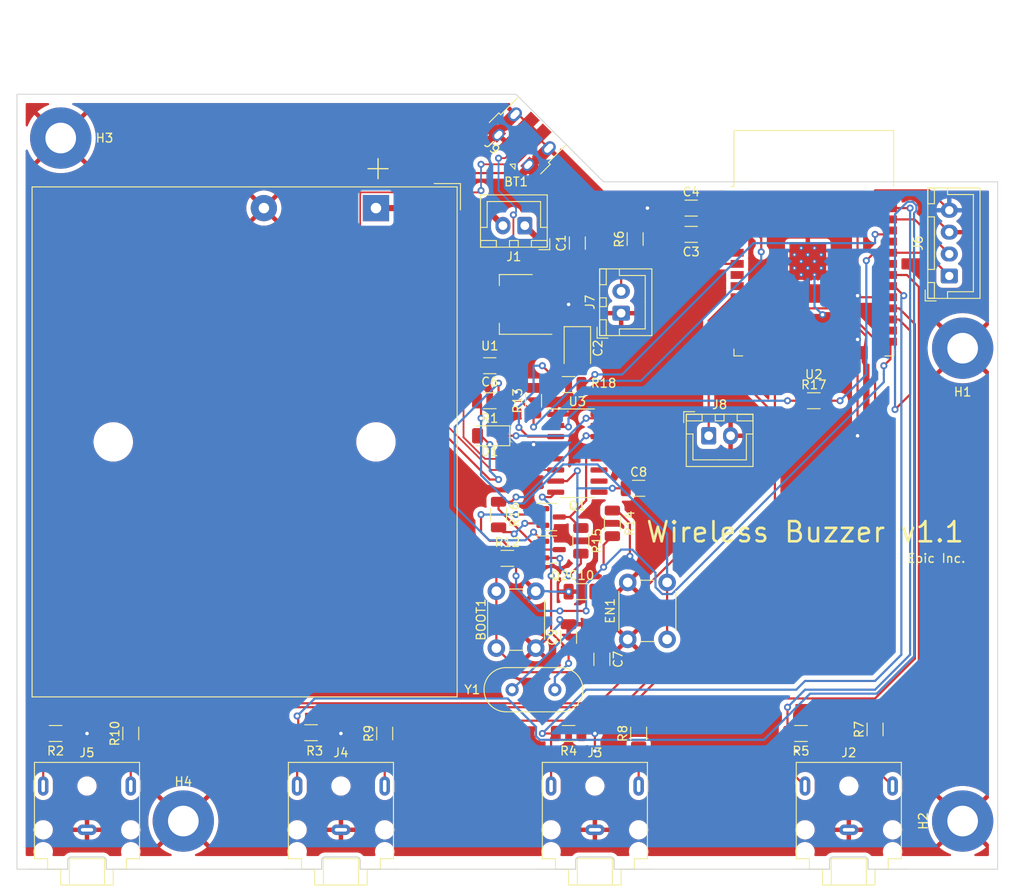
<source format=kicad_pcb>
(kicad_pcb (version 20211014) (generator pcbnew)
  (layers (0 "F.Cu" signal) (31 "B.Cu" signal) (34 "B.Paste" user) (35 "F.Paste" user) (36 "B.SilkS" user "B.Silkscreen") (37 "F.SilkS" user "F.Silkscreen") (38 "B.Mask" user) (39 "F.Mask" user) (44 "Edge.Cuts" user))
  (net 0 "")
  (net 1 "GND")
  (net 2 "+3.3V")
  (net 3 "Net-(C1-Pad1)")
  (net 7 "Net-(J7-Pad2)")
  (net 10 "Net-(BT1-Pad1)")
  (net 12 "Net-(J5-PadR)")
  (net 13 "Net-(R10-Pad2)")
  (net 21 "Net-(J4-PadR)")
  (net 22 "Net-(R8-Pad2)")
  (net 23 "Net-(J3-PadR)")
  (net 24 "Net-(R7-Pad2)")
  (net 26 "Net-(J6-Pad1)")
  (net 27 "Net-(C6-Pad2)")
  (net 28 "Net-(C7-Pad2)")
  (net 29 "Net-(J6-Pad2)")
  (net 30 "Net-(J2-PadR)")
  (net 31 "Net-(J2-PadT)")
  (net 32 "Net-(J3-PadT)")
  (net 33 "Net-(J4-PadT)")
  (net 34 "Net-(J5-PadT)")
  (net 35 "Net-(J8-Pad1)")
  (net 36 "Net-(C8-Pad1)")
  (net 37 "Net-(C9-Pad1)")
  (net 38 "+5V")
  (net 39 "Net-(D1-Pad2)")
  (net 40 "D-")
  (net 41 "D+")
  (net 42 "DTR")
  (net 43 "Net-(Q1-Pad2)")
  (net 44 "IO0")
  (net 45 "EN")
  (net 46 "Net-(Q2-Pad2)")
  (net 47 "RTS")
  (net 48 "Net-(R17-Pad1)")
  (net 49 "TXD0")
  (net 50 "Net-(R18-Pad1)")
  (net 51 "RXD0")
  (net 57 "Net-(U2-Pad11)")
  (footprint "Resistor_SMD:R_1206_3216Metric" (layer "F.Cu") (at 118 110 90)
    (fp_text reference "R9")
    (fp_text value "165Ω")
  )
  (footprint "Resistor_SMD:R_1206_3216Metric" (layer "F.Cu") (at 139 110)
    (fp_text reference "R4")
    (fp_text value "10K")
  )
  (footprint "Connector_JST:JST_XH_B2B-XH-A_1x02_P2.50mm_Vertical" (layer "F.Cu") (at 134 52 180)
    (fp_text reference "J1")
    (fp_text value "POWER_SWITCH_CONNECTOR")
  )
  (footprint "Resistor_SMD:R_1206_3216Metric" (layer "F.Cu") (at 130 72)
    (fp_text reference "R1")
    (fp_text value "470")
  )
  (footprint "Resistor_SMD:R_1206_3216Metric" (layer "F.Cu") (at 80.4125 110)
    (fp_text reference "R2")
    (fp_text value "10K")
  )
  (footprint "MountingHole:MountingHole_3.5mm_Pad" (layer "F.Cu") (at 184 120 90)
    (fp_text reference "H2")
    (fp_text value "MountingHole_Pad")
  )
  (footprint "Connector_JST:JST_XH_B2B-XH-A_1x02_P2.50mm_Vertical" (layer "F.Cu") (at 155 76)
    (fp_text reference "J8")
    (fp_text value "BUZZER")
  )
  (footprint "Resistor_SMD:R_1206_3216Metric" (layer "F.Cu") (at 146.6 53.5375 90)
    (fp_text reference "R6")
    (fp_text value "10K")
  )
  (footprint "MountingHole:MountingHole_3.5mm_Pad" (layer "F.Cu") (at 81 42)
    (fp_text reference "H3")
    (fp_text value "MountingHole_Pad")
  )
  (footprint "Resistor_SMD:R_1206_3216Metric" (layer "F.Cu") (at 135 72 90)
    (fp_text reference "R13")
    (fp_text value "10k")
  )
  (footprint "Diode_SMD:D_1206_3216Metric" (layer "F.Cu") (at 130 76 180)
    (fp_text reference "D1")
    (fp_text value "D")
  )
  (footprint "Capacitor_SMD:C_1206_3216Metric" (layer "F.Cu") (at 147 82)
    (fp_text reference "C8")
    (fp_text value "22p")
  )
  (footprint "Capacitor_SMD:C_1206_3216Metric" (layer "F.Cu") (at 139 99 90)
    (fp_text reference "C9")
    (fp_text value "22p")
  )
  (footprint "Resistor_SMD:R_1206_3216Metric" (layer "F.Cu") (at 165.5375 110)
    (fp_text reference "R5")
    (fp_text value "10K")
  )
  (footprint "Connector_Audio:Jack_3.5mm_CUI_SJ1-3523N_Horizontal" (layer "F.Cu") (at 84 121)
    (fp_text reference "J5")
    (fp_text value "AudioJack3")
    (fp_line (start 2.2 4.5) (end 6.5 4.5) (layer "Edge.Cuts") (width 0.12))
    (fp_line (start 2.2 3.5) (end 2.2 4.5) (layer "Edge.Cuts") (width 0.12))
    (fp_line (start -2.2 3.5) (end -2.2 4.5) (layer "Edge.Cuts") (width 0.12))
    (fp_line (start 1.8 3.1) (end -1.8 3.1) (layer "Edge.Cuts") (width 0.12))
    (fp_line (start -2.2 4.5) (end -6.5 4.5) (layer "Edge.Cuts") (width 0.12))
    (fp_arc (start -2.2 3.5) (mid -2.082842 3.217158) (end -1.8 3.1) (layer "Edge.Cuts") (width 0.12))
    (fp_arc (start 1.8 3.1) (mid 2.082843 3.217157) (end 2.2 3.5) (layer "Edge.Cuts") (width 0.12))
  )
  (footprint "Capacitor_SMD:C_1206_3216Metric" (layer "F.Cu") (at 153 53)
    (fp_text reference "C3")
    (fp_text value "22uF/10V")
  )
  (footprint "MountingHole:MountingHole_3.5mm_Pad" (layer "F.Cu") (at 184 66 90)
    (fp_text reference "H1")
    (fp_text value "MountingHole_Pad")
  )
  (footprint "Resistor_SMD:R_1206_3216Metric" (layer "F.Cu") (at 131 85 -90)
    (fp_text reference "R16")
    (fp_text value "10k")
  )
  (footprint "RF_Module:ESP32-WROOM-32" (layer "F.Cu") (at 167 57)
    (fp_text reference "U2")
    (fp_text value "ESP32-WROOM-32")
  )
  (footprint "Capacitor_SMD:C_1206_3216Metric" (layer "F.Cu") (at 140.475 93.8)
    (fp_text reference "C10")
    (fp_text value "0.1u")
  )
  (footprint "Capacitor_Tantalum_SMD:CP_EIA-3528-12_Kemet-T" (layer "F.Cu") (at 140 66 -90)
    (fp_text reference "C2")
    (fp_text value "10uF")
  )
  (footprint "Resistor_SMD:R_1206_3216Metric" (layer "F.Cu") (at 147 110 90)
    (fp_text reference "R8")
    (fp_text value "165Ω")
  )
  (footprint "Package_SO:SOIC-16_3.9x9.9mm_P1.27mm" (layer "F.Cu") (at 140 78)
    (fp_text reference "U3")
    (fp_text value "CH340G")
  )
  (footprint "Resistor_SMD:R_1206_3216Metric" (layer "F.Cu") (at 174 109.5375 90)
    (fp_text reference "R7")
    (fp_text value "165Ω")
  )
  (footprint "Resistor_SMD:R_1206_3216Metric" (layer "F.Cu") (at 89 110 90)
    (fp_text reference "R10")
    (fp_text value "165Ω")
  )
  (footprint "Capacitor_SMD:C_1206_3216Metric" (layer "F.Cu") (at 142.8 101.525 -90)
    (fp_text reference "C7")
    (fp_text value "1n")
  )
  (footprint "Battery:BatteryHolder_TruPower_BH-331P_3xAA" (layer "F.Cu") (at 117 50 -90)
    (fp_text reference "BT1")
    (fp_text value "4.5V")
  )
  (footprint "Resistor_SMD:R_1206_3216Metric" (layer "F.Cu") (at 167 72)
    (fp_text reference "R17")
    (fp_text value "1k")
  )
  (footprint "Connector_JST:JST_XH_B4B-XH-A_1x04_P2.50mm_Vertical" (layer "F.Cu") (at 182.475 57.75 90)
    (fp_text reference "J6")
    (fp_text value "I2C_OLED")
  )
  (footprint "Package_TO_SOT_SMD:SOT-23" (layer "F.Cu") (at 137 89)
    (fp_text reference "Q2")
    (fp_text value "Q_NPN_CBE")
  )
  (footprint "Resistor_SMD:R_1206_3216Metric" (layer "F.Cu") (at 139 70.15)
    (fp_text reference "R18")
    (fp_text value "1k")
  )
  (footprint "Connector_Audio:Jack_3.5mm_CUI_SJ1-3523N_Horizontal" (layer "F.Cu") (at 171 121)
    (fp_text reference "J2")
    (fp_text value "AudioJack3")
    (fp_line (start 2.2 3.5) (end 2.2 4.5) (layer "Edge.Cuts") (width 0.12))
    (fp_line (start -2.2 4.5) (end -6.5 4.5) (layer "Edge.Cuts") (width 0.12))
    (fp_line (start 2.2 4.5) (end 6.5 4.5) (layer "Edge.Cuts") (width 0.12))
    (fp_line (start -2.2 3.5) (end -2.2 4.5) (layer "Edge.Cuts") (width 0.12))
    (fp_line (start 1.8 3.1) (end -1.8 3.1) (layer "Edge.Cuts") (width 0.12))
    (fp_arc (start -2.2 3.5) (mid -2.082842 3.217158) (end -1.8 3.1) (layer "Edge.Cuts") (width 0.12))
    (fp_arc (start 1.8 3.1) (mid 2.082843 3.217157) (end 2.2 3.5) (layer "Edge.Cuts") (width 0.12))
  )
  (footprint "Resistor_SMD:R_1206_3216Metric" (layer "F.Cu") (at 109.5875 109.91)
    (fp_text reference "R3")
    (fp_text value "10K")
  )
  (footprint "Package_TO_SOT_SMD:SOT-223-3_TabPin2" (layer "F.Cu") (at 133 61 180)
    (fp_text reference "U1")
    (fp_text value "AMS1117-3.3")
  )
  (footprint "Connector_Audio:Jack_3.5mm_CUI_SJ1-3523N_Horizontal" (layer "F.Cu") (at 142 121)
    (fp_text reference "J3")
    (fp_text value "AudioJack3")
    (fp_line (start 2.2 4.5) (end 6.5 4.5) (layer "Edge.Cuts") (width 0.12))
    (fp_line (start -2.2 4.5) (end -6.5 4.5) (layer "Edge.Cuts") (width 0.12))
    (fp_line (start 1.8 3.1) (end -1.8 3.1) (layer "Edge.Cuts") (width 0.12))
    (fp_line (start -2.2 3.5) (end -2.2 4.5) (layer "Edge.Cuts") (width 0.12))
    (fp_line (start 2.2 3.5) (end 2.2 4.5) (layer "Edge.Cuts") (width 0.12))
    (fp_arc (start -2.2 3.5) (mid -2.082842 3.217158) (end -1.8 3.1) (layer "Edge.Cuts") (width 0.12))
    (fp_arc (start 1.8 3.1) (mid 2.082843 3.217157) (end 2.2 3.5) (layer "Edge.Cuts") (width 0.12))
  )
  (footprint "Capacitor_SMD:C_1206_3216Metric" (layer "F.Cu") (at 153 50)
    (fp_text reference "C4")
    (fp_text value "0.1uF/50V")
  )
  (footprint "Package_TO_SOT_SMD:SOT-23" (layer "F.Cu") (at 137 85.275)
    (fp_text reference "Q1")
    (fp_text value "Q_NPN_CBE")
  )
  (footprint "Resistor_SMD:R_1206_3216Metric" (layer "F.Cu") (at 140.4 88 -90)
    (fp_text reference "R15")
    (fp_text value "10k")
  )
  (footprint "Crystal:Crystal_HC49-U_Vertical" (layer "F.Cu") (at 132.55 105)
    (fp_text reference "Y1")
    (fp_text value "12MHz")
  )
  (footprint "Capacitor_SMD:C_1206_3216Metric" (layer "F.Cu") (at 140 54 90)
    (fp_text reference "C1")
    (fp_text value "10uF")
  )
  (footprint "Button_Switch_THT:SW_PUSH_6mm_H5mm" (layer "F.Cu") (at 145.75 99.25 90)
    (fp_text reference "EN1")
    (fp_text value "SW_SPST")
  )
  (footprint "Connector_Audio:Jack_3.5mm_CUI_SJ1-3523N_Horizontal" (layer "F.Cu") (at 113 121)
    (fp_text reference "J4")
    (fp_text value "AudioJack3")
    (fp_line (start -2.2 3.5) (end -2.2 4.5) (layer "Edge.Cuts") (width 0.12))
    (fp_line (start 2.2 3.5) (end 2.2 4.5) (layer "Edge.Cuts") (width 0.12))
    (fp_line (start 2.2 4.5) (end 6.5 4.5) (layer "Edge.Cuts") (width 0.12))
    (fp_line (start 1.8 3.1) (end -1.8 3.1) (layer "Edge.Cuts") (width 0.12))
    (fp_line (start -2.2 4.5) (end -6.5 4.5) (layer "Edge.Cuts") (width 0.12))
    (fp_arc (start -2.2 3.5) (mid -2.082842 3.217158) (end -1.8 3.1) (layer "Edge.Cuts") (width 0.12))
    (fp_arc (start 1.8 3.1) (mid 2.082843 3.217157) (end 2.2 3.5) (layer "Edge.Cuts") (width 0.12))
  )
  (footprint "Connector_USB:USB_Micro-B_Amphenol_10103594-0001LF_Horizontal" (layer "F.Cu") (at 134 42 135)
    (fp_text reference "J9")
    (fp_text value "USB_B_Micro")
  )
  (footprint "Connector_JST:JST_XH_B2B-XH-A_1x02_P2.50mm_Vertical" (layer "F.Cu") (at 145 62 90)
    (fp_text reference "J7")
    (fp_text value "MODE_SWITCH_CONNECTOR")
  )
  (footprint "Capacitor_SMD:C_1206_3216Metric" (layer "F.Cu") (at 130 68 180)
    (fp_text reference "C6")
    (fp_text value "1n")
  )
  (footprint "Resistor_SMD:R_1206_3216Metric" (layer "F.Cu") (at 132 90)
    (fp_text reference "R12")
    (fp_text value "470")
  )
  (footprint "MountingHole:MountingHole_3.5mm_Pad" (layer "F.Cu") (at 95 120)
    (fp_text reference "H4")
    (fp_text value "MountingHole_Pad")
  )
  (footprint "Button_Switch_THT:SW_PUSH_6mm_H5mm" (layer "F.Cu") (at 135.25 93.75 -90)
    (fp_text reference "BOOT1")
    (fp_text value "SW_SPST")
  )
  (footprint "Resistor_SMD:R_1206_3216Metric" (layer "F.Cu") (at 144 86 90)
    (fp_text reference "R14")
    (fp_text value "10k")
  )
  (gr_line (start 135.5 125.5) (end 119.5 125.5) (layer "Edge.Cuts") (width 0.1))
  (gr_line (start 164.5 125.5) (end 162.5 125.5) (layer "Edge.Cuts") (width 0.1))
  (gr_line (start 162.5 125.5) (end 148.5 125.5) (layer "Edge.Cuts") (width 0.1))
  (gr_line (start 76 125.5) (end 77.5 125.5) (layer "Edge.Cuts") (width 0.1))
  (gr_line (start 188 125.5) (end 177.5 125.5) (layer "Edge.Cuts") (width 0.1))
  (gr_line (start 76 37) (end 76 125.5) (layer "Edge.Cuts") (width 0.1))
  (gr_line (start 76 37) (end 133 37) (layer "Edge.Cuts") (width 0.1))
  (gr_line (start 188 47) (end 188 125.5) (layer "Edge.Cuts") (width 0.1))
  (gr_line (start 106.5 125.5) (end 90.5 125.5) (layer "Edge.Cuts") (width 0.1))
  (gr_line (start 143 47) (end 188 47) (layer "Edge.Cuts") (width 0.1))
  (gr_line (start 143 47) (end 133 37) (layer "Edge.Cuts") (width 0.1))
  (gr_text "Epic Inc." (at 181 90) (layer "F.SilkS") (effects (font (size 1 1))))
  (gr_text "Wireless Buzzer v1.1" (at 166 87) (layer "F.SilkS") (effects (font (size 2.3 2.3) (thickness 0.3))))
  (segment (start 132.8757 39.298852) (end 133.257538 39.298852) (width 0.25) (layer "F.Cu") (net 1))
  (segment (start 135.675843 41.717157) (end 135.675843 42.098995) (width 0.25) (layer "F.Cu") (net 1))
  (segment (start 168.1745 62) (end 168 62.1745) (width 0.25) (layer "F.Cu") (net 1))
  (segment (start 173 64.636396) (end 170.363604 62) (width 0.25) (layer "F.Cu") (net 1))
  (segment (start 135.675843 42.098995) (end 136.736503 43.159655) (width 0.25) (layer "F.Cu") (net 1))
  (segment (start 178.475 48.75) (end 175.75 48.75) (width 0.25) (layer "F.Cu") (net 1))
  (segment (start 138.525 97.525) (end 138 97) (width 0.25) (layer "F.Cu") (net 1))
  (segment (start 172.72 66.51) (end 173 64.636396) (width 0.25) (layer "F.Cu") (net 1))
  (segment (start 170.363604 62) (end 170 62) (width 0.25) (layer "F.Cu") (net 1))
  (segment (start 139 97.525) (end 138.525 97.525) (width 0.25) (layer "F.Cu") (net 1))
  (segment (start 134.318198 40.359512) (end 135.675843 41.717157) (width 0.25) (layer "F.Cu") (net 1))
  (segment (start 133.257538 39.298852) (end 134.318198 40.359512) (width 0.25) (layer "F.Cu") (net 1))
  (segment (start 182.475 52.75) (end 178.475 48.75) (width 0.25) (layer "F.Cu") (net 1))
  (segment (start 170 62) (end 168.1745 62) (width 0.25) (layer "F.Cu") (net 1))
  (via (at 139 93.8) (size 0.8) (drill 0.4) (layers "F.Cu" "B.Cu") (net 1))
  (via (at 168 62.1745) (size 0.8) (drill 0.4) (layers "F.Cu" "B.Cu") (net 1))
  (via (at 138 97) (size 0.8) (drill 0.4) (layers "F.Cu" "B.Cu") (net 1))
  (segment (start 136.75 93.75) (end 136.8 93.8) (width 0.25) (layer "B.Cu") (net 1))
  (segment (start 135.25 93.75) (end 136.75 93.75) (width 0.25) (layer "B.Cu") (net 1))
  (segment (start 138 97.5) (end 135.25 100.25) (width 0.25) (layer "B.Cu") (net 1))
  (segment (start 168 62.1745) (end 167.0825 61.257) (width 0.25) (layer "B.Cu") (net 1))
  (segment (start 136.8 93.8) (end 139 93.8) (width 0.25) (layer "B.Cu") (net 1))
  (segment (start 167.0825 61.257) (end 167.0825 57.615) (width 0.25) (layer "B.Cu") (net 1))
  (segment (start 138 97) (end 138 97.5) (width 0.25) (layer "B.Cu") (net 1))
  (segment (start 147.525 53) (end 146.6 52.075) (width 0.25) (layer "F.Cu") (net 2))
  (segment (start 172 50) (end 172 60) (width 0.25) (layer "F.Cu") (net 2))
  (segment (start 171.45 67.51) (end 172 68.06) (width 0.25) (layer "F.Cu") (net 2))
  (segment (start 171.45 66.51) (end 171.45 67.51) (width 0.25) (layer "F.Cu") (net 2))
  (segment (start 171.45 66.51) (end 171.45 65.55) (width 0.25) (layer "F.Cu") (net 2))
  (segment (start 172 68.06) (end 172 76) (width 0.25) (layer "F.Cu") (net 2))
  (segment (start 154.738173 51.525) (end 151.525 51.525) (width 0.25) (layer "F.Cu") (net 2))
  (segment (start 139 63) (end 139 62) (width 0.75) (layer "F.Cu") (net 2))
  (segment (start 172 60) (end 172.18 60.18) (width 0.25) (layer "F.Cu") (net 2))
  (segment (start 135.365 77.365) (end 135 77) (width 0.25) (layer "F.Cu") (net 2))
  (segment (start 180.2 47.975) (end 174.025 47.975) (width 0.25) (layer "F.Cu") (net 2))
  (segment (start 135 70.5375) (end 133.4625 70.5375) (width 0.25) (layer "F.Cu") (net 2))
  (segment (start 139 62) (end 139 61) (width 0.75) (layer "F.Cu") (net 2))
  (segment (start 81.875 110) (end 84 110) (width 0.25) (layer "F.Cu") (net 2))
  (segment (start 136.15 61) (end 138 61) (width 0.75) (layer "F.Cu") (net 2))
  (segment (start 171.45 65.55) (end 172 65) (width 0.25) (layer "F.Cu") (net 2))
  (segment (start 151.525 50) (end 151.525 51.525) (width 0.25) (layer "F.Cu") (net 2))
  (segment (start 146 86) (end 146 89.75) (width 0.25) (layer "F.Cu") (net 2))
  (segment (start 137.525 77.365) (end 135.365 77.365) (width 0.25) (layer "F.Cu") (net 2))
  (segment (start 133.4625 70.5375) (end 133 71) (width 0.25) (layer "F.Cu") (net 2))
  (segment (start 151.525 51.525) (end 151.525 53) (width 0.25) (layer "F.Cu") (net 2))
  (segment (start 140.4625 110) (end 142 110) (width 0.25) (layer "F.Cu") (net 2))
  (segment (start 111.05 109.91) (end 112.91 109.91) (width 0.25) (layer "F.Cu") (net 2))
  (segment (start 182.475 50.25) (end 180.2 47.975) (width 0.25) (layer "F.Cu") (net 2))
  (segment (start 174.025 47.975) (end 172 50) (width 0.25) (layer "F.Cu") (net 2))
  (segment (start 158.25 50.02) (end 156.243173 50.02) (width 0.25) (layer "F.Cu") (net 2))
  (segment (start 138.575 63.425) (end 140 64.85) (width 0.25) (layer "F.Cu") (net 2))
  (segment (start 151.525 53) (end 147.525 53) (width 0.25) (layer "F.Cu") (net 2))
  (segment (start 144 84.5375) (end 144.5375 84.5375) (width 0.25) (layer "F.Cu") (net 2))
  (segment (start 167 110) (end 165 112) (width 0.25) (layer "F.Cu") (net 2))
  (segment (start 156.243173 50.02) (end 154.738173 51.525) (width 0.25) (layer "F.Cu") (net 2))
  (segment (start 138 61) (end 139 62) (width 0.75) (layer "F.Cu") (net 2))
  (segment (start 146.6 52.075) (end 146.6 51.4) (width 0.25) (layer "F.Cu") (net 2))
  (segment (start 172.18 60.18) (end 175.75 60.18) (width 0.25) (layer "F.Cu") (net 2))
  (segment (start 146.6 51.4) (end 148 50) (width 0.25) (layer "F.Cu") (net 2))
  (segment (start 144.5375 84.5375) (end 146 86) (width 0.25) (layer "F.Cu") (net 2))
  (segment (start 112.91 109.91) (end 113 110) (width 0.25) (layer "F.Cu") (net 2))
  (segment (start 138.575 63.425) (end 139 63) (width 0.75) (layer "F.Cu") (net 2))
  (segment (start 129.85 61) (end 136.15 61) (width 0.75) (layer "F.Cu") (net 2))
  (segment (start 142 112) (end 142 110) (width 0.25) (layer "F.Cu") (net 2))
  (segment (start 146 89.75) (end 141.95 93.8) (width 0.25) (layer "F.Cu") (net 2))
  (via (at 148 50) (size 0.8) (drill 0.4) (layers "F.Cu" "B.Cu") (net 2))
  (via (at 172 65) (size 0.8) (drill 0.4) (layers "F.Cu" "B.Cu") (net 2))
  (via (at 172 60) (size 0.8) (drill 0.4) (layers "F.Cu" "B.Cu") (net 2))
  (via (at 139 61) (size 0.8) (drill 0.4) (layers "F.Cu" "B.Cu") (net 2))
  (via (at 135 77) (size 0.8) (drill 0.4) (layers "F.Cu" "B.Cu") (net 2))
  (via (at 113 110) (size 0.8) (drill 0.4) (layers "F.Cu" "B.Cu") (net 2))
  (via (at 142 110) (size 0.8) (drill 0.4) (layers "F.Cu" "B.Cu") (net 2))
  (via (at 84 110) (size 0.8) (drill 0.4) (layers "F.Cu" "B.Cu") (net 2))
  (via (at 142 112) (size 0.8) (drill 0.4) (layers "F.Cu" "B.Cu") (net 2))
  (via (at 146 89.75) (size 0.8) (drill 0.4) (layers "F.Cu" "B.Cu") (net 2))
  (via (at 165 112) (size 0.8) (drill 0.4) (layers "F.Cu" "B.Cu") (net 2))
  (via (at 133 71) (size 0.8) (drill 0.4) (layers "F.Cu" "B.Cu") (net 2))
  (via (at 172 76) (size 0.8) (drill 0.4) (layers "F.Cu" "B.Cu") (net 2))
  (segment (start 133 71) (end 132.275 71.725) (width 0.25) (layer "B.Cu") (net 2))
  (segment (start 172 61) (end 172 60) (width 0.25) (layer "B.Cu") (net 2))
  (segment (start 165 112) (end 142 112) (width 0.25) (layer "B.Cu") (net 2))
  (segment (start 132.974695 77) (end 135 77) (width 0.25) (layer "B.Cu") (net 2))
  (segment (start 132.275 76.300305) (end 132.974695 77) (width 0.25) (layer "B.Cu") (net 2))
  (segment (start 132.275 71.725) (end 132.275 76.300305) (width 0.25) (layer "B.Cu") (net 2))
  (segment (start 172 65) (end 172 61) (width 0.25) (layer "B.Cu") (net 2))
  (segment (start 140 55.475) (end 137.475 55.475) (width 0.25) (layer "F.Cu") (net 3))
  (segment (start 136.15 54.15) (end 136.15 58.7) (width 0.7) (layer "F.Cu") (net 3))
  (segment (start 137.475 55.475) (end 136.15 54.15) (width 0.25) (layer "F.Cu") (net 3))
  (segment (start 134 52) (end 136.15 54.15) (width 0.7) (layer "F.Cu") (net 3))
  (segment (start 145 56.6) (end 146.6 55) (width 0.25) (layer "F.Cu") (net 7))
  (segment (start 145 59.5) (end 145 56.6) (width 0.25) (layer "F.Cu") (net 7))
  (segment (start 147.97 56.37) (end 158.25 56.37) (width 0.25) (layer "F.Cu") (net 7))
  (segment (start 146.6 55) (end 147.97 56.37) (width 0.25) (layer "F.Cu") (net 7))
  (segment (start 117 50) (end 129.5 50) (width 0.7) (layer "F.Cu") (net 10))
  (segment (start 129.5 50) (end 131.5 52) (width 0.7) (layer "F.Cu") (net 10))
  (segment (start 79 110.05) (end 78.95 110) (width 0.25) (layer "F.Cu") (net 12))
  (segment (start 142.45 106.55) (end 82.45 106.55) (width 0.25) (layer "F.Cu") (net 12))
  (segment (start 148 93.126167) (end 148 101) (width 0.25) (layer "F.Cu") (net 12))
  (segment (start 155.126167 86) (end 148 93.126167) (width 0.25) (layer "F.Cu") (net 12))
  (segment (start 79 110) (end 78.95 110) (width 0.25) (layer "F.Cu") (net 12))
  (segment (start 162 80) (end 156 86) (width 0.25) (layer "F.Cu") (net 12))
  (segment (start 156 67) (end 162 73) (width 0.25) (layer "F.Cu") (net 12))
  (segment (start 157.25 63.99) (end 156 65.24) (width 0.25) (layer "F.Cu") (net 12))
  (segment (start 158.25 63.99) (end 157.25 63.99) (width 0.25) (layer "F.Cu") (net 12))
  (segment (start 82.45 106.55) (end 79 110) (width 0.25) (layer "F.Cu") (net 12))
  (segment (start 156 86) (end 155.126167 86) (width 0.25) (layer "F.Cu") (net 12))
  (segment (start 79 116) (end 79 110.05) (width 0.25) (layer "F.Cu") (net 12))
  (segment (start 162 73) (end 162 80) (width 0.25) (layer "F.Cu") (net 12))
  (segment (start 148 101) (end 142.45 106.55) (width 0.25) (layer "F.Cu") (net 12))
  (segment (start 156 65.24) (end 156 67) (width 0.25) (layer "F.Cu") (net 12))
  (segment (start 145 107) (end 163 89) (width 0.25) (layer "F.Cu") (net 13))
  (segment (start 163 86) (end 162.56 85.56) (width 0.25) (layer "F.Cu") (net 13))
  (segment (start 163 89) (end 163 86) (width 0.25) (layer "F.Cu") (net 13))
  (segment (start 162.56 85.56) (end 162.56 66.51) (width 0.25) (layer "F.Cu") (net 13))
  (segment (start 90.5375 107) (end 145 107) (width 0.25) (layer "F.Cu") (net 13))
  (segment (start 89 108.5375) (end 90.5375 107) (width 0.25) (layer "F.Cu") (net 13))
  (segment (start 176.72 62.72) (end 175.75 62.72) (width 0.25) (layer "F.Cu") (net 21))
  (segment (start 178 71.2755) (end 178 64) (width 0.25) (layer "F.Cu") (net 21))
  (segment (start 108.125 109.91) (end 108.125 108.125) (width 0.25) (layer "F.Cu") (net 21))
  (segment (start 108.125 108.125) (end 108 108) (width 0.25) (layer "F.Cu") (net 21))
  (segment (start 176.2755 73) (end 178 71.2755) (width 0.25) (layer "F.Cu") (net 21))
  (segment (start 178 64) (end 176.72 62.72) (width 0.25) (layer "F.Cu") (net 21))
  (segment (start 108 110.035) (end 108.125 109.91) (width 0.25) (layer "F.Cu") (net 21))
  (segment (start 108 116) (end 108 110.035) (width 0.25) (layer "F.Cu") (net 21))
  (via (at 108 108) (size 0.8) (drill 0.4) (layers "F.Cu" "B.Cu") (net 21))
  (via (at 176.2755 73) (size 0.8) (drill 0.4) (layers "F.Cu" "B.Cu") (net 21))
  (segment (start 135.275 109.24528) (end 135.275 110.300305) (width 0.25) (layer "B.Cu") (net 21))
  (segment (start 177.699695 49.275) (end 176.2755 50.699195) (width 0.25) (layer "B.Cu") (net 21))
  (segment (start 178.300305 49.275) (end 177.699695 49.275) (width 0.25) (layer "B.Cu") (net 21))
  (segment (start 132.02972 106) (end 135.275 109.24528) (width 0.25) (layer "B.Cu") (net 21))
  (segment (start 178.725 50.300305) (end 178.725 49.699695) (width 0.25) (layer "B.Cu") (net 21))
  (segment (start 135.699695 110.725) (end 161.300305 110.725) (width 0.25) (layer "B.Cu") (net 21))
  (segment (start 178.725 49.699695) (end 178.300305 49.275) (width 0.25) (layer "B.Cu") (net 21))
  (segment (start 110 106) (end 132.02972 106) (width 0.25) (layer "B.Cu") (net 21))
  (segment (start 161.300305 110.725) (end 166.575305 105.45) (width 0.25) (layer "B.Cu") (net 21))
  (segment (start 178.45 101.186396) (end 178.45 50.575305) (width 0.25) (layer "B.Cu") (net 21))
  (segment (start 174.186396 105.45) (end 178.45 101.186396) (width 0.25) (layer "B.Cu") (net 21))
  (segment (start 108 108) (end 110 106) (width 0.25) (layer "B.Cu") (net 21))
  (segment (start 178.45 50.575305) (end 178.725 50.300305) (width 0.25) (layer "B.Cu") (net 21))
  (segment (start 135.275 110.300305) (end 135.699695 110.725) (width 0.25) (layer "B.Cu") (net 21))
  (segment (start 166.575305 105.45) (end 174.186396 105.45) (width 0.25) (layer "B.Cu") (net 21))
  (segment (start 176.2755 50.699195) (end 176.2755 73) (width 0.25) (layer "B.Cu") (net 21))
  (segment (start 178.55 63.25) (end 176.75 61.45) (width 0.25) (layer "F.Cu") (net 22))
  (segment (start 176.75 61.45) (end 175.75 61.45) (width 0.25) (layer "F.Cu") (net 22))
  (segment (start 147 108.5375) (end 147 108) (width 0.25) (layer "F.Cu") (net 22))
  (segment (start 147 108) (end 149 106) (width 0.25) (layer "F.Cu") (net 22))
  (segment (start 174 106) (end 178.55 101.45) (width 0.25) (layer "F.Cu") (net 22))
  (segment (start 178.55 101.45) (end 178.55 63.25) (width 0.25) (layer "F.Cu") (net 22))
  (segment (start 149 106) (end 174 106) (width 0.25) (layer "F.Cu") (net 22))
  (segment (start 137 110.5375) (end 137.5375 110) (width 0.25) (layer "F.Cu") (net 23))
  (segment (start 137.5375 110) (end 136 110) (width 0.25) (layer "F.Cu") (net 23))
  (segment (start 177.2755 60) (end 176.1855 58.91) (width 0.25) (layer "F.Cu") (net 23))
  (segment (start 137 116) (end 137 110.5375) (width 0.25) (layer "F.Cu") (net 23))
  (segment (start 176.1855 58.91) (end 175.75 58.91) (width 0.25) (layer "F.Cu") (net 23))
  (via (at 177.2755 60) (size 0.8) (drill 0.4) (layers "F.Cu" "B.Cu") (net 23))
  (via (at 136 110) (size 0.8) (drill 0.4) (layers "F.Cu" "B.Cu") (net 23))
  (segment (start 166 104) (end 174 104) (width 0.25) (layer "B.Cu") (net 23))
  (segment (start 177 101) (end 177 60.2755) (width 0.25) (layer "B.Cu") (net 23))
  (segment (start 165 105) (end 166 104) (width 0.25) (layer "B.Cu") (net 23))
  (segment (start 136 110) (end 141 105) (width 0.25) (layer "B.Cu") (net 23))
  (segment (start 177 60.2755) (end 177.2755 60) (width 0.25) (layer "B.Cu") (net 23))
  (segment (start 174 104) (end 177 101) (width 0.25) (layer "B.Cu") (net 23))
  (segment (start 141 105) (end 165 105) (width 0.25) (layer "B.Cu") (net 23))
  (segment (start 174 108.075) (end 179 103.075) (width 0.25) (layer "F.Cu") (net 24))
  (segment (start 177.64 57.64) (end 175.75 57.64) (width 0.25) (layer "F.Cu") (net 24))
  (segment (start 179 59) (end 177.64 57.64) (width 0.25) (layer "F.Cu") (net 24))
  (segment (start 179 103.075) (end 179 59) (width 0.25) (layer "F.Cu") (net 24))
  (segment (start 182.475 57.75) (end 179.825 55.1) (width 0.25) (layer "F.Cu") (net 26))
  (segment (start 179.825 55.1) (end 175.75 55.1) (width 0.25) (layer "F.Cu") (net 26))
  (segment (start 129 74) (end 129 72.4625) (width 0.25) (layer "F.Cu") (net 27))
  (segment (start 128.525 71.9875) (end 128.5375 72) (width 0.25) (layer "F.Cu") (net 27))
  (segment (start 128.525 68) (end 128.525 71.9875) (width 0.25) (layer "F.Cu") (net 27))
  (segment (start 150.25 99.25) (end 150.25 92.75) (width 0.25) (layer "F.Cu") (net 27))
  (segment (start 129 72.4625) (end 128.5375 72) (width 0.25) (layer "F.Cu") (net 27))
  (via (at 129 74) (size 0.8) (drill 0.4) (layers "F.Cu" "B.Cu") (net 27))
  (segment (start 150.25 92.75) (end 150.25 87.224695) (width 0.25) (layer "B.Cu") (net 27))
  (segment (start 150.25 87.224695) (end 142.300305 79.275) (width 0.25) (layer "B.Cu") (net 27))
  (segment (start 132.235 83.725) (end 129 80.49) (width 0.25) (layer "B.Cu") (net 27))
  (segment (start 133.911396 83.725) (end 132.235 83.725) (width 0.25) (layer "B.Cu") (net 27))
  (segment (start 142.300305 79.275) (end 138.361396 79.275) (width 0.25) (layer "B.Cu") (net 27))
  (segment (start 129 80.49) (end 129 74) (width 0.25) (layer "B.Cu") (net 27))
  (segment (start 138.361396 79.275) (end 133.911396 83.725) (width 0.25) (layer "B.Cu") (net 27))
  (segment (start 130.75 93.75) (end 130.75 100.25) (width 0.25) (layer "F.Cu") (net 28))
  (segment (start 130.75 90.2125) (end 130.75 93.75) (width 0.25) (layer "F.Cu") (net 28))
  (segment (start 133.5 103) (end 130.75 100.25) (width 0.25) (layer "F.Cu") (net 28))
  (segment (start 142 103) (end 133.5 103) (width 0.25) (layer "F.Cu") (net 28))
  (segment (start 130.5375 90) (end 130.75 90.2125) (width 0.25) (layer "F.Cu") (net 28))
  (segment (start 175.75 51.29) (end 178.515 51.29) (width 0.25) (layer "F.Cu") (net 29))
  (segment (start 178.515 51.29) (end 182.475 55.25) (width 0.25) (layer "F.Cu") (net 29))
  (segment (start 166 116) (end 164 114) (width 0.25) (layer "F.Cu") (net 30))
  (segment (start 164 114) (end 164 110.075) (width 0.25) (layer "F.Cu") (net 30))
  (segment (start 164 110.075) (end 164.075 110) (width 0.25) (layer "F.Cu") (net 30))
  (segment (start 178 50) (end 175.77 50) (width 0.25) (layer "F.Cu") (net 30))
  (segment (start 164.075 110) (end 164 109.925) (width 0.25) (layer "F.Cu") (net 30))
  (segment (start 175.77 50) (end 175.75 50.02) (width 0.25) (layer "F.Cu") (net 30))
  (segment (start 164 109.925) (end 164 107) (width 0.25) (layer "F.Cu") (net 30))
  (via (at 164 107) (size 0.8) (drill 0.4) (layers "F.Cu" "B.Cu") (net 30))
  (via (at 178 50) (size 0.8) (drill 0.4) (layers "F.Cu" "B.Cu") (net 30))
  (segment (start 178 101) (end 178 50) (width 0.25) (layer "B.Cu") (net 30))
  (segment (start 166 105) (end 174 105) (width 0.25) (layer "B.Cu") (net 30))
  (segment (start 164 107) (end 166 105) (width 0.25) (layer "B.Cu") (net 30))
  (segment (start 174 105) (end 178 101) (width 0.25) (layer "B.Cu") (net 30))
  (segment (start 174 114) (end 174 111) (width 0.25) (layer "F.Cu") (net 31))
  (segment (start 176 116) (end 174 114) (width 0.25) (layer "F.Cu") (net 31))
  (segment (start 147 116) (end 147 111.4625) (width 0.25) (layer "F.Cu") (net 32))
  (segment (start 118 116) (end 118 111.4625) (width 0.25) (layer "F.Cu") (net 33))
  (segment (start 89 116) (end 89 111.4625) (width 0.25) (layer "F.Cu") (net 34))
  (segment (start 155 62.85) (end 157.67 60.18) (width 0.25) (layer "F.Cu") (net 35))
  (segment (start 157.67 60.18) (end 158.25 60.18) (width 0.25) (layer "F.Cu") (net 35))
  (segment (start 155 76) (end 155 62.85) (width 0.25) (layer "F.Cu") (net 35))
  (segment (start 140 80) (end 138.825 81.175) (width 0.25) (layer "F.Cu") (net 36))
  (segment (start 138.825 81.175) (end 137.525 81.175) (width 0.25) (layer "F.Cu") (net 36))
  (segment (start 144 82) (end 145.525 82) (width 0.25) (layer "F.Cu") (net 36))
  (via (at 140 80) (size 0.8) (drill 0.4) (layers "F.Cu" "B.Cu") (net 36))
  (via (at 144 82) (size 0.8) (drill 0.4) (layers "F.Cu" "B.Cu") (net 36))
  (segment (start 140 82) (end 140 80) (width 0.25) (layer "B.Cu") (net 36))
  (segment (start 140 82) (end 144 82) (width 0.25) (layer "B.Cu") (net 36))
  (segment (start 140 97.55) (end 140 82) (width 0.25) (layer "B.Cu") (net 36))
  (segment (start 132.55 105) (end 140 97.55) (width 0.25) (layer "B.Cu") (net 36))
  (segment (start 136.97 83) (end 137.525 82.445) (width 0.25) (layer "F.Cu") (net 37))
  (segment (start 139 100.475) (end 139 102) (width 0.25) (layer "F.Cu") (net 37))
  (segment (start 139 100.475) (end 137 98.475) (width 0.25) (layer "F.Cu") (net 37))
  (segment (start 136 83) (end 136.97 83) (width 0.25) (layer "F.Cu") (net 37))
  (segment (start 137 98.475) (end 137 92) (width 0.25) (layer "F.Cu") (net 37))
  (via (at 136 83) (size 0.8) (drill 0.4) (layers "F.Cu" "B.Cu") (net 37))
  (via (at 137 92) (size 0.8) (drill 0.4) (layers "F.Cu" "B.Cu") (net 37))
  (via (at 139 102) (size 0.8) (drill 0.4) (layers "F.Cu" "B.Cu") (net 37))
  (segment (start 137 84) (end 136 83) (width 0.25) (layer "B.Cu") (net 37))
  (segment (start 139 102) (end 137.43 103.57) (width 0.25) (layer "B.Cu") (net 37))
  (segment (start 137.43 103.57) (end 137.43 105) (width 0.25) (layer "B.Cu") (net 37))
  (segment (start 137 92) (end 137 84) (width 0.25) (layer "B.Cu") (net 37))
  (segment (start 142.03 74) (end 142.475 73.555) (width 0.25) (layer "F.Cu") (net 38))
  (segment (start 131.4 76) (end 133 76) (width 0.25) (layer "F.Cu") (net 38))
  (segment (start 141 74) (end 142.03 74) (width 0.25) (layer "F.Cu") (net 38))
  (via (at 141 74) (size 0.8) (drill 0.4) (layers "F.Cu" "B.Cu") (net 38))
  (via (at 133 76) (size 0.8) (drill 0.4) (layers "F.Cu" "B.Cu") (net 38))
  (segment (start 139 76) (end 141 74) (width 0.25) (layer "B.Cu") (net 38))
  (segment (start 133 76) (end 139 76) (width 0.25) (layer "B.Cu") (net 38))
  (segment (start 132 46) (end 116 46) (width 0.25) (layer "F.Cu") (net 39))
  (segment (start 132 45.873833) (end 132 46) (width 0.25) (layer "F.Cu") (net 39))
  (segment (start 116 46) (end 114 48) (width 0.25) (layer "F.Cu") (net 39))
  (segment (start 133.688873 44.18496) (end 132 45.873833) (width 0.25) (layer "F.Cu") (net 39))
  (segment (start 114 48) (end 114 65) (width 0.25) (layer "F.Cu") (net 39))
  (segment (start 128.6 76) (end 129 76) (width 0.25) (layer "F.Cu") (net 39))
  (segment (start 129 76) (end 130 77) (width 0.25) (layer "F.Cu") (net 39))
  (segment (start 114 65) (end 130 81) (width 0.25) (layer "F.Cu") (net 39))
  (segment (start 130 81) (end 131 81) (width 0.25) (layer "F.Cu") (net 39))
  (via (at 130 77) (size 0.8) (drill 0.4) (layers "F.Cu" "B.Cu") (net 39))
  (via (at 131 81) (size 0.8) (drill 0.4) (layers "F.Cu" "B.Cu") (net 39))
  (segment (start 130 80) (end 131 81) (width 0.25) (layer "B.Cu") (net 39))
  (segment (start 130 77) (end 130 80) (width 0.25) (layer "B.Cu") (net 39))
  (segment (start 128.880761 48.2) (end 128.2 48.2) (width 0.2) (layer "F.Cu") (net 40))
  (segment (start 130.161498 79.905) (end 137.525 79.905) (width 0.2) (layer "F.Cu") (net 40))
  (segment (start 115.2 64.943502) (end 130.161498 79.905) (width 0.2) (layer "F.Cu") (net 40))
  (segment (start 128.8 48.2) (end 128.2 48.2) (width 0.2) (layer "F.Cu") (net 40))
  (segment (start 133.229254 43.725341) (end 131.954595 45) (width 0.2) (layer "F.Cu") (net 40))
  (segment (start 131.954595 45) (end 129 45) (width 0.2) (layer "F.Cu") (net 40))
  (segment (start 128.2 48.2) (end 115.2 48.2) (width 0.2) (layer "F.Cu") (net 40))
  (segment (start 115.2 48.2) (end 115.2 64.943502) (width 0.2) (layer "F.Cu") (net 40))
  (segment (start 129 48) (end 128.8 48.2) (width 0.2) (layer "F.Cu") (net 40))
  (via (at 129 45) (size 0.8) (drill 0.4) (layers "F.Cu" "B.Cu") (net 40))
  (via (at 129 48) (size 0.8) (drill 0.4) (layers "F.Cu" "B.Cu") (net 40))
  (segment (start 129 45) (end 129 48) (width 0.2) (layer "B.Cu") (net 40))
  (segment (start 132.696434 54.646434) (end 132.7 54.65) (width 0.2) (layer "F.Cu") (net 41))
  (segment (start 127 60.35) (end 127 76.177817) (width 0.2) (layer "F.Cu") (net 41))
  (segment (start 127 76.177817) (end 129.457183 78.635) (width 0.2) (layer "F.Cu") (net 41))
  (segment (start 132.769634 43.265721) (end 131.734855 44.3005) (width 0.2) (layer "F.Cu") (net 41))
  (segment (start 132.7 54.65) (end 127 60.35) (width 0.2) (layer "F.Cu") (net 41))
  (segment (start 132.696434 50.773926) (end 132.696434 54.646434) (width 0.2) (layer "F.Cu") (net 41))
  (segment (start 129.457183 78.635) (end 137.525 78.635) (width 0.2) (layer "F.Cu") (net 41))
  (segment (start 131.734855 44.3005) (end 131 44.3005) (width 0.2) (layer "F.Cu") (net 41))
  (via (at 131 44.3005) (size 0.8) (drill 0.4) (layers "F.Cu" "B.Cu") (net 41))
  (via (at 132.696434 50.773926) (size 0.8) (drill 0.4) (layers "F.Cu" "B.Cu") (net 41))
  (segment (start 131 44.3005) (end 131 48) (width 0.2) (layer "B.Cu") (net 41))
  (segment (start 133 50) (end 133 50.47036) (width 0.2) (layer "B.Cu") (net 41))
  (segment (start 133 50.47036) (end 132.696434 50.773926) (width 0.2) (layer "B.Cu") (net 41))
  (segment (start 131 48) (end 133 50) (width 0.2) (layer "B.Cu") (net 41))
  (segment (start 139.1375 85.275) (end 140.4 86.5375) (width 0.25) (layer "F.Cu") (net 42))
  (segment (start 141 83.4125) (end 139.1375 85.275) (width 0.25) (layer "F.Cu") (net 42))
  (segment (start 141 78.463249) (end 141 83.4125) (width 0.25) (layer "F.Cu") (net 42))
  (segment (start 142.098249 77.365) (end 141 78.463249) (width 0.25) (layer "F.Cu") (net 42))
  (segment (start 137.9375 85.275) (end 139.1375 85.275) (width 0.25) (layer "F.Cu") (net 42))
  (segment (start 142.475 77.365) (end 142.098249 77.365) (width 0.25) (layer "F.Cu") (net 42))
  (segment (start 135.8375 86) (end 136.0625 86.225) (width 0.25) (layer "F.Cu") (net 43))
  (segment (start 131.5375 87) (end 132.578649 87) (width 0.25) (layer "F.Cu") (net 43))
  (segment (start 132.578649 87) (end 132.789325 87.210676) (width 0.25) (layer "F.Cu") (net 43))
  (segment (start 131 86.4625) (end 131.5375 87) (width 0.25) (layer "F.Cu") (net 43))
  (segment (start 134 86) (end 135.8375 86) (width 0.25) (layer "F.Cu") (net 43))
  (via (at 134 86) (size 0.8) (drill 0.4) (layers "F.Cu" "B.Cu") (net 43))
  (via (at 132.789325 87.210676) (size 0.8) (drill 0.4) (layers "F.Cu" "B.Cu") (net 43))
  (segment (start 132.789325 87.210676) (end 134 86) (width 0.25) (layer "B.Cu") (net 43))
  (segment (start 131.4625 88) (end 133.144302 89.681802) (width 0.25) (layer "F.Cu") (net 44))
  (segment (start 130 88) (end 131.4625 88) (width 0.25) (layer "F.Cu") (net 44))
  (segment (start 129 87) (end 130 88) (width 0.25) (layer "F.Cu") (net 44))
  (segment (start 138 96) (end 141 96) (width 0.25) (layer "F.Cu") (net 44))
  (segment (start 136.0625 84.325) (end 135.3875 85) (width 0.25) (layer "F.Cu") (net 44))
  (segment (start 135.3875 85) (end 133 85) (width 0.25) (layer "F.Cu") (net 44))
  (segment (start 133 90.4625) (end 133.144302 90.318198) (width 0.25) (layer "F.Cu") (net 44))
  (segment (start 175.75 67.25) (end 175.75 65.26) (width 0.25) (layer "F.Cu") (net 44))
  (segment (start 143 88.4625) (end 143 91) (width 0.25) (layer "F.Cu") (net 44))
  (segment (start 133 92) (end 133 90.4625) (width 0.25) (layer "F.Cu") (net 44))
  (segment (start 129 85) (end 129 87) (width 0.25) (layer "F.Cu") (net 44))
  (segment (start 144 87.4625) (end 143 88.4625) (width 0.25) (layer "F.Cu") (net 44))
  (segment (start 175 68) (end 175.75 67.25) (width 0.25) (layer "F.Cu") (net 44))
  (via (at 141 96) (size 0.8) (drill 0.4) (layers "F.Cu" "B.Cu") (net 44))
  (via (at 133 92) (size 0.8) (drill 0.4) (layers "F.Cu" "B.Cu") (net 44))
  (via (at 138 96) (size 0.8) (drill 0.4) (layers "F.Cu" "B.Cu") (net 44))
  (via (at 129 85) (size 0.8) (drill 0.4) (layers "F.Cu" "B.Cu") (net 44))
  (via (at 133 85) (size 0.8) (drill 0.4) (layers "F.Cu" "B.Cu") (net 44))
  (via (at 143 91) (size 0.8) (drill 0.4) (layers "F.Cu" "B.Cu") (net 44))
  (via (at 175 68) (size 0.8) (drill 0.4) (layers "F.Cu" "B.Cu") (net 44))
  (segment (start 145 89) (end 146.275305 89) (width 0.25) (layer "B.Cu") (net 44))
  (segment (start 150.798833 94.075) (end 175 69.873833) (width 0.25) (layer "B.Cu") (net 44))
  (segment (start 148.925 93.298833) (end 149.701167 94.075) (width 0.25) (layer "B.Cu") (net 44))
  (segment (start 143 91) (end 145 89) (width 0.25) (layer "B.Cu") (net 44))
  (segment (start 138 96) (end 135.626167 96) (width 0.25) (layer "B.Cu") (net 44))
  (segment (start 133 93.373833) (end 133 92) (width 0.25) (layer "B.Cu") (net 44))
  (segment (start 175 69.873833) (end 175 69) (width 0.25) (layer "B.Cu") (net 44))
  (segment (start 141 93) (end 141 96) (width 0.25) (layer "B.Cu") (net 44))
  (segment (start 148.925 91.649695) (end 148.925 93.298833) (width 0.25) (layer "B.Cu") (net 44))
  (segment (start 175 69) (end 175 68) (width 0.25) (layer "B.Cu") (net 44))
  (segment (start 146.275305 89) (end 148.925 91.649695) (width 0.25) (layer "B.Cu") (net 44))
  (segment (start 135.626167 96) (end 133 93.373833) (width 0.25) (layer "B.Cu") (net 44))
  (segment (start 143 91) (end 141 93) (width 0.25) (layer "B.Cu") (net 44))
  (segment (start 129 85) (end 133 85) (width 0.25) (layer "B.Cu") (net 44))
  (segment (start 149.701167 94.075) (end 150.798833 94.075) (width 0.25) (layer "B.Cu") (net 44))
  (segment (start 136.0625 88.05) (end 136.05 88.05) (width 0.25) (layer "F.Cu") (net 45))
  (segment (start 131 70) (end 131 71.5375) (width 0.25) (layer "F.Cu") (net 45))
  (segment (start 159.148198 51.608198) (end 158.568198 51.608198) (width 0.25) (layer "F.Cu") (net 45))
  (segment (start 131 71.5375) (end 131.4625 72) (width 0.25) (layer "F.Cu") (net 45))
  (segment (start 135 73.4625) (end 135 75) (width 0.25) (layer "F.Cu") (net 45))
  (segment (start 136.05 88.05) (end 135 87) (width 0.25) (layer "F.Cu") (net 45))
  (segment (start 131.4625 72) (end 133.5375 72) (width 0.25) (layer "F.Cu") (net 45))
  (segment (start 161 55) (end 161 53.46) (width 0.25) (layer "F.Cu") (net 45))
  (segment (start 161 53.46) (end 159.148198 51.608198) (width 0.25) (layer "F.Cu") (net 45))
  (segment (start 133.5375 72) (end 135 73.4625) (width 0.25) (layer "F.Cu") (net 45))
  (via (at 135 75) (size 0.8) (drill 0.4) (layers "F.Cu" "B.Cu") (net 45))
  (via (at 131 70) (size 0.8) (drill 0.4) (layers "F.Cu" "B.Cu") (net 45))
  (via (at 161 55) (size 0.8) (drill 0.4) (layers "F.Cu" "B.Cu") (net 45))
  (via (at 135 87) (size 0.8) (drill 0.4) (layers "F.Cu" "B.Cu") (net 45))
  (segment (start 147.275 69.725) (end 161 56) (width 0.25) (layer "B.Cu") (net 45))
  (segment (start 126 75) (end 131 70) (width 0.25) (layer "B.Cu") (net 45))
  (segment (start 161 56) (end 161 55) (width 0.25) (layer "B.Cu") (net 45))
  (segment (start 135 75) (end 140.275 69.725) (width 0.25) (layer "B.Cu") (net 45))
  (segment (start 135 87) (end 134.064324 87.935676) (width 0.25) (layer "B.Cu") (net 45))
  (segment (start 140.275 69.725) (end 147.275 69.725) (width 0.25) (layer "B.Cu") (net 45))
  (segment (start 134.064324 87.935676) (end 129.935676 87.935676) (width 0.25) (layer "B.Cu") (net 45))
  (segment (start 126 84) (end 126 75) (width 0.25) (layer "B.Cu") (net 45))
  (segment (start 126 84) (end 129.935676 87.935676) (width 0.25) (layer "B.Cu") (net 45))
  (segment (start 140.4 90.6) (end 140.4 89.4625) (width 0.25) (layer "F.Cu") (net 46))
  (segment (start 136.0625 89.95) (end 137.95 89.95) (width 0.25) (layer "F.Cu") (net 46))
  (segment (start 137.95 89.95) (end 138 90) (width 0.25) (layer "F.Cu") (net 46))
  (segment (start 139 92) (end 140.4 90.6) (width 0.25) (layer "F.Cu") (net 46))
  (via (at 138 90) (size 0.8) (drill 0.4) (layers "F.Cu" "B.Cu") (net 46))
  (via (at 139 92) (size 0.8) (drill 0.4) (layers "F.Cu" "B.Cu") (net 46))
  (segment (start 138 91) (end 139 92) (width 0.25) (layer "B.Cu") (net 46))
  (segment (start 138 90) (end 138 91) (width 0.25) (layer "B.Cu") (net 46))
  (segment (start 132.4625 83.5375) (end 133 83) (width 0.25) (layer "F.Cu") (net 47))
  (segment (start 135.603249 89) (end 137.9375 89) (width 0.25) (layer "F.Cu") (net 47))
  (segment (start 142.38 76) (end 142.475 76.095) (width 0.25) (layer "F.Cu") (net 47))
  (segment (start 131 83.5375) (end 131 84.396751) (width 0.25) (layer "F.Cu") (net 47))
  (segment (start 141 76) (end 142.38 76) (width 0.25) (layer "F.Cu") (net 47))
  (segment (start 131 84.396751) (end 135.603249 89) (width 0.25) (layer "F.Cu") (net 47))
  (segment (start 131 83.5375) (end 132.4625 83.5375) (width 0.25) (layer "F.Cu") (net 47))
  (via (at 133 83) (size 0.8) (drill 0.4) (layers "F.Cu" "B.Cu") (net 47))
  (via (at 141 76) (size 0.8) (drill 0.4) (layers "F.Cu" "B.Cu") (net 47))
  (segment (start 133 83) (end 134 83) (width 0.25) (layer "B.Cu") (net 47))
  (segment (start 134 83) (end 141 76) (width 0.25) (layer "B.Cu") (net 47))
  (segment (start 137.687701 74.987701) (end 137.525 74.825) (width 0.25) (layer "F.Cu") (net 48))
  (segment (start 138.987701 74.987701) (end 137.687701 74.987701) (width 0.25) (layer "F.Cu") (net 48))
  (segment (start 165.5375 72) (end 164 72) (width 0.25) (layer "F.Cu") (net 48))
  (via (at 138.987701 74.987701) (size 0.8) (drill 0.4) (layers "F.Cu" "B.Cu") (net 48))
  (via (at 164 72) (size 0.8) (drill 0.4) (layers "F.Cu" "B.Cu") (net 48))
  (segment (start 138.987701 74.012299) (end 138.987701 74.987701) (width 0.25) (layer "B.Cu") (net 48))
  (segment (start 138.987701 74.012299) (end 141 72) (width 0.25) (layer "B.Cu") (net 48))
  (segment (start 164 72) (end 141 72) (width 0.25) (layer "B.Cu") (net 48))
  (segment (start 168.4625 72) (end 170 72) (width 0.25) (layer "F.Cu") (net 49))
  (segment (start 175.17 53.83) (end 175.75 53.83) (width 0.25) (layer "F.Cu") (net 49))
  (segment (start 173 56) (end 175.17 53.83) (width 0.25) (layer "F.Cu") (net 49))
  (via (at 170 72) (size 0.8) (drill 0.4) (layers "F.Cu" "B.Cu") (net 49))
  (via (at 173 56) (size 0.8) (drill 0.4) (layers "F.Cu" "B.Cu") (net 49))
  (segment (start 173 69) (end 173 56) (width 0.25) (layer "B.Cu") (net 49))
  (segment (start 170 72) (end 173 69) (width 0.25) (layer "B.Cu") (net 49))
  (segment (start 136 68) (end 137.5375 69.5375) (width 0.25) (layer "F.Cu") (net 50))
  (segment (start 134.362124 76.095) (end 133.320351 75.053227) (width 0.25) (layer "F.Cu") (net 50))
  (segment (start 137.525 76.095) (end 134.362124 76.095) (width 0.25) (layer "F.Cu") (net 50))
  (segment (start 137.5375 69.5375) (end 137.5375 70.15) (width 0.25) (layer "F.Cu") (net 50))
  (via (at 136 68) (size 0.8) (drill 0.4) (layers "F.Cu" "B.Cu") (net 50))
  (via (at 133.320351 75.053227) (size 0.8) (drill 0.4) (layers "F.Cu" "B.Cu") (net 50))
  (segment (start 133.320351 75.053227) (end 133.320351 72.679649) (width 0.25) (layer "B.Cu") (net 50))
  (segment (start 135 71) (end 135 68) (width 0.25) (layer "B.Cu") (net 50))
  (segment (start 135 68) (end 136 68) (width 0.25) (layer "B.Cu") (net 50))
  (segment (start 133.320351 72.679649) (end 135 71) (width 0.25) (layer "B.Cu") (net 50))
  (segment (start 140.4625 70.15) (end 140.85 70.15) (width 0.25) (layer "F.Cu") (net 51))
  (segment (start 175.31 53) (end 175.75 52.56) (width 0.25) (layer "F.Cu") (net 51))
  (segment (start 174 53) (end 175.31 53) (width 0.25) (layer "F.Cu") (net 51))
  (segment (start 140.85 70.15) (end 142 69) (width 0.25) (layer "F.Cu") (net 51))
  (via (at 142 69) (size 0.8) (drill 0.4) (layers "F.Cu" "B.Cu") (net 51))
  (via (at 174 53) (size 0.8) (drill 0.4) (layers "F.Cu" "B.Cu") (net 51))
  (segment (start 145.119805 69) (end 160.119805 54) (width 0.25) (layer "B.Cu") (net 51))
  (segment (start 160.119805 54) (end 174 54) (width 0.25) (layer "B.Cu") (net 51))
  (segment (start 174 54) (end 174 53) (width 0.25) (layer "B.Cu") (net 51))
  (segment (start 142 69) (end 145.119805 69) (width 0.25) (layer "B.Cu") (net 51))
  (segment (start 174 79) (end 174 65) (width 0.25) (layer "F.Cu") (net 57))
  (segment (start 144.4625 108.5375) (end 174 79) (width 0.25) (layer "F.Cu") (net 57))
  (segment (start 170.45 61.45) (end 158.25 61.45) (width 0.25) (layer "F.Cu") (net 57))
  (segment (start 174 65) (end 170.45 61.45) (width 0.25) (layer "F.Cu") (net 57))
  (segment (start 118 108.5375) (end 144.4625 108.5375) (width 0.25) (layer "F.Cu") (net 57))
  (zone (net 1) (net_name "GND") (layer "F.Cu") (connect_pads (clearance 0.508)) (min_thickness 0.254) (fill yes (thermal_gap 0.508) (thermal_bridge_width 0.508))
    (polygon (pts (xy 143 48) (xy 187 48) (xy 187 124) (xy 77 124) (xy 77 38) (xy 133 38)))
  )
  (zone (net 2) (net_name "+3.3V") (layer "B.Cu") (connect_pads (clearance 0.508)) (min_thickness 0.254) (fill yes (thermal_gap 0.508) (thermal_bridge_width 0.508))
    (polygon (pts (xy 142 48) (xy 187 48) (xy 187 123) (xy 77 123) (xy 77 38) (xy 132 38)))
  )
)
</source>
